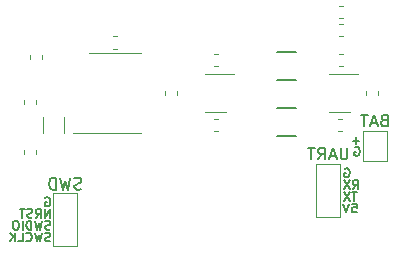
<source format=gbr>
%TF.GenerationSoftware,KiCad,Pcbnew,(5.1.6)-1*%
%TF.CreationDate,2020-09-19T18:08:18+02:00*%
%TF.ProjectId,watch,77617463-682e-46b6-9963-61645f706362,rev?*%
%TF.SameCoordinates,Original*%
%TF.FileFunction,Legend,Bot*%
%TF.FilePolarity,Positive*%
%FSLAX46Y46*%
G04 Gerber Fmt 4.6, Leading zero omitted, Abs format (unit mm)*
G04 Created by KiCad (PCBNEW (5.1.6)-1) date 2020-09-19 18:08:18*
%MOMM*%
%LPD*%
G01*
G04 APERTURE LIST*
%ADD10C,0.150000*%
%ADD11C,0.120000*%
%ADD12C,0.152400*%
G04 APERTURE END LIST*
D10*
X160455240Y-66906182D02*
X159883812Y-66906182D01*
X160169526Y-67191896D02*
X160169526Y-66620468D01*
X160062383Y-67477611D02*
X160133812Y-67441896D01*
X160240954Y-67441896D01*
X160348097Y-67477611D01*
X160419526Y-67549039D01*
X160455240Y-67620468D01*
X160490954Y-67763325D01*
X160490954Y-67870468D01*
X160455240Y-68013325D01*
X160419526Y-68084753D01*
X160348097Y-68156182D01*
X160240954Y-68191896D01*
X160169526Y-68191896D01*
X160062383Y-68156182D01*
X160026669Y-68120468D01*
X160026669Y-67870468D01*
X160169526Y-67870468D01*
X159850240Y-72241896D02*
X160207383Y-72241896D01*
X160243097Y-72599039D01*
X160207383Y-72563325D01*
X160135954Y-72527611D01*
X159957383Y-72527611D01*
X159885954Y-72563325D01*
X159850240Y-72599039D01*
X159814526Y-72670468D01*
X159814526Y-72849039D01*
X159850240Y-72920468D01*
X159885954Y-72956182D01*
X159957383Y-72991896D01*
X160135954Y-72991896D01*
X160207383Y-72956182D01*
X160243097Y-72920468D01*
X159600240Y-72241896D02*
X159350240Y-72991896D01*
X159100240Y-72241896D01*
X160243097Y-71241896D02*
X159814526Y-71241896D01*
X160028812Y-71991896D02*
X160028812Y-71241896D01*
X159635954Y-71241896D02*
X159135954Y-71991896D01*
X159135954Y-71241896D02*
X159635954Y-71991896D01*
X159885954Y-70991896D02*
X160135954Y-70634753D01*
X160314526Y-70991896D02*
X160314526Y-70241896D01*
X160028812Y-70241896D01*
X159957383Y-70277611D01*
X159921669Y-70313325D01*
X159885954Y-70384753D01*
X159885954Y-70491896D01*
X159921669Y-70563325D01*
X159957383Y-70599039D01*
X160028812Y-70634753D01*
X160314526Y-70634753D01*
X159635954Y-70241896D02*
X159135954Y-70991896D01*
X159135954Y-70241896D02*
X159635954Y-70991896D01*
X159207383Y-69277611D02*
X159278812Y-69241896D01*
X159385954Y-69241896D01*
X159493097Y-69277611D01*
X159564526Y-69349039D01*
X159600240Y-69420468D01*
X159635954Y-69563325D01*
X159635954Y-69670468D01*
X159600240Y-69813325D01*
X159564526Y-69884753D01*
X159493097Y-69956182D01*
X159385954Y-69991896D01*
X159314526Y-69991896D01*
X159207383Y-69956182D01*
X159171669Y-69920468D01*
X159171669Y-69670468D01*
X159314526Y-69670468D01*
X162519407Y-65181182D02*
X162376550Y-65228801D01*
X162328931Y-65276420D01*
X162281312Y-65371658D01*
X162281312Y-65514515D01*
X162328931Y-65609753D01*
X162376550Y-65657372D01*
X162471788Y-65704991D01*
X162852740Y-65704991D01*
X162852740Y-64704991D01*
X162519407Y-64704991D01*
X162424169Y-64752611D01*
X162376550Y-64800230D01*
X162328931Y-64895468D01*
X162328931Y-64990706D01*
X162376550Y-65085944D01*
X162424169Y-65133563D01*
X162519407Y-65181182D01*
X162852740Y-65181182D01*
X161900359Y-65419277D02*
X161424169Y-65419277D01*
X161995597Y-65704991D02*
X161662264Y-64704991D01*
X161328931Y-65704991D01*
X161138454Y-64704991D02*
X160567026Y-64704991D01*
X160852740Y-65704991D02*
X160852740Y-64704991D01*
X159426550Y-67504991D02*
X159426550Y-68314515D01*
X159378931Y-68409753D01*
X159331312Y-68457372D01*
X159236073Y-68504991D01*
X159045597Y-68504991D01*
X158950359Y-68457372D01*
X158902740Y-68409753D01*
X158855121Y-68314515D01*
X158855121Y-67504991D01*
X158426550Y-68219277D02*
X157950359Y-68219277D01*
X158521788Y-68504991D02*
X158188454Y-67504991D01*
X157855121Y-68504991D01*
X156950359Y-68504991D02*
X157283692Y-68028801D01*
X157521788Y-68504991D02*
X157521788Y-67504991D01*
X157140835Y-67504991D01*
X157045597Y-67552611D01*
X156997978Y-67600230D01*
X156950359Y-67695468D01*
X156950359Y-67838325D01*
X156997978Y-67933563D01*
X157045597Y-67981182D01*
X157140835Y-68028801D01*
X157521788Y-68028801D01*
X156664645Y-67504991D02*
X156093216Y-67504991D01*
X156378931Y-68504991D02*
X156378931Y-67504991D01*
X136888454Y-71007372D02*
X136745597Y-71054991D01*
X136507502Y-71054991D01*
X136412264Y-71007372D01*
X136364645Y-70959753D01*
X136317026Y-70864515D01*
X136317026Y-70769277D01*
X136364645Y-70674039D01*
X136412264Y-70626420D01*
X136507502Y-70578801D01*
X136697978Y-70531182D01*
X136793216Y-70483563D01*
X136840835Y-70435944D01*
X136888454Y-70340706D01*
X136888454Y-70245468D01*
X136840835Y-70150230D01*
X136793216Y-70102611D01*
X136697978Y-70054991D01*
X136459883Y-70054991D01*
X136317026Y-70102611D01*
X135983692Y-70054991D02*
X135745597Y-71054991D01*
X135555121Y-70340706D01*
X135364645Y-71054991D01*
X135126550Y-70054991D01*
X134745597Y-71054991D02*
X134745597Y-70054991D01*
X134507502Y-70054991D01*
X134364645Y-70102611D01*
X134269407Y-70197849D01*
X134221788Y-70293087D01*
X134174169Y-70483563D01*
X134174169Y-70626420D01*
X134221788Y-70816896D01*
X134269407Y-70912134D01*
X134364645Y-71007372D01*
X134507502Y-71054991D01*
X134745597Y-71054991D01*
X134290954Y-75406182D02*
X134183812Y-75441896D01*
X134005240Y-75441896D01*
X133933812Y-75406182D01*
X133898097Y-75370468D01*
X133862383Y-75299039D01*
X133862383Y-75227611D01*
X133898097Y-75156182D01*
X133933812Y-75120468D01*
X134005240Y-75084753D01*
X134148097Y-75049039D01*
X134219526Y-75013325D01*
X134255240Y-74977611D01*
X134290954Y-74906182D01*
X134290954Y-74834753D01*
X134255240Y-74763325D01*
X134219526Y-74727611D01*
X134148097Y-74691896D01*
X133969526Y-74691896D01*
X133862383Y-74727611D01*
X133612383Y-74691896D02*
X133433812Y-75441896D01*
X133290954Y-74906182D01*
X133148097Y-75441896D01*
X132969526Y-74691896D01*
X132255240Y-75370468D02*
X132290954Y-75406182D01*
X132398097Y-75441896D01*
X132469526Y-75441896D01*
X132576669Y-75406182D01*
X132648097Y-75334753D01*
X132683812Y-75263325D01*
X132719526Y-75120468D01*
X132719526Y-75013325D01*
X132683812Y-74870468D01*
X132648097Y-74799039D01*
X132576669Y-74727611D01*
X132469526Y-74691896D01*
X132398097Y-74691896D01*
X132290954Y-74727611D01*
X132255240Y-74763325D01*
X131576669Y-75441896D02*
X131933812Y-75441896D01*
X131933812Y-74691896D01*
X131326669Y-75441896D02*
X131326669Y-74691896D01*
X130898097Y-75441896D02*
X131219526Y-75013325D01*
X130898097Y-74691896D02*
X131326669Y-75120468D01*
X134290954Y-74406182D02*
X134183812Y-74441896D01*
X134005240Y-74441896D01*
X133933812Y-74406182D01*
X133898097Y-74370468D01*
X133862383Y-74299039D01*
X133862383Y-74227611D01*
X133898097Y-74156182D01*
X133933812Y-74120468D01*
X134005240Y-74084753D01*
X134148097Y-74049039D01*
X134219526Y-74013325D01*
X134255240Y-73977611D01*
X134290954Y-73906182D01*
X134290954Y-73834753D01*
X134255240Y-73763325D01*
X134219526Y-73727611D01*
X134148097Y-73691896D01*
X133969526Y-73691896D01*
X133862383Y-73727611D01*
X133612383Y-73691896D02*
X133433812Y-74441896D01*
X133290954Y-73906182D01*
X133148097Y-74441896D01*
X132969526Y-73691896D01*
X132683812Y-74441896D02*
X132683812Y-73691896D01*
X132505240Y-73691896D01*
X132398097Y-73727611D01*
X132326669Y-73799039D01*
X132290954Y-73870468D01*
X132255240Y-74013325D01*
X132255240Y-74120468D01*
X132290954Y-74263325D01*
X132326669Y-74334753D01*
X132398097Y-74406182D01*
X132505240Y-74441896D01*
X132683812Y-74441896D01*
X131933812Y-74441896D02*
X131933812Y-73691896D01*
X131433812Y-73691896D02*
X131290954Y-73691896D01*
X131219526Y-73727611D01*
X131148097Y-73799039D01*
X131112383Y-73941896D01*
X131112383Y-74191896D01*
X131148097Y-74334753D01*
X131219526Y-74406182D01*
X131290954Y-74441896D01*
X131433812Y-74441896D01*
X131505240Y-74406182D01*
X131576669Y-74334753D01*
X131612383Y-74191896D01*
X131612383Y-73941896D01*
X131576669Y-73799039D01*
X131505240Y-73727611D01*
X131433812Y-73691896D01*
X134255240Y-73441896D02*
X134255240Y-72691896D01*
X133826669Y-73441896D01*
X133826669Y-72691896D01*
X133040954Y-73441896D02*
X133290954Y-73084753D01*
X133469526Y-73441896D02*
X133469526Y-72691896D01*
X133183812Y-72691896D01*
X133112383Y-72727611D01*
X133076669Y-72763325D01*
X133040954Y-72834753D01*
X133040954Y-72941896D01*
X133076669Y-73013325D01*
X133112383Y-73049039D01*
X133183812Y-73084753D01*
X133469526Y-73084753D01*
X132755240Y-73406182D02*
X132648097Y-73441896D01*
X132469526Y-73441896D01*
X132398097Y-73406182D01*
X132362383Y-73370468D01*
X132326669Y-73299039D01*
X132326669Y-73227611D01*
X132362383Y-73156182D01*
X132398097Y-73120468D01*
X132469526Y-73084753D01*
X132612383Y-73049039D01*
X132683812Y-73013325D01*
X132719526Y-72977611D01*
X132755240Y-72906182D01*
X132755240Y-72834753D01*
X132719526Y-72763325D01*
X132683812Y-72727611D01*
X132612383Y-72691896D01*
X132433812Y-72691896D01*
X132326669Y-72727611D01*
X132112383Y-72691896D02*
X131683812Y-72691896D01*
X131898097Y-73441896D02*
X131898097Y-72691896D01*
X133862383Y-71727611D02*
X133933812Y-71691896D01*
X134040954Y-71691896D01*
X134148097Y-71727611D01*
X134219526Y-71799039D01*
X134255240Y-71870468D01*
X134290954Y-72013325D01*
X134290954Y-72120468D01*
X134255240Y-72263325D01*
X134219526Y-72334753D01*
X134148097Y-72406182D01*
X134040954Y-72441896D01*
X133969526Y-72441896D01*
X133862383Y-72406182D01*
X133826669Y-72370468D01*
X133826669Y-72120468D01*
X133969526Y-72120468D01*
D11*
%TO.C,R7*%
X158735045Y-55542611D02*
X159077579Y-55542611D01*
X158735045Y-56562611D02*
X159077579Y-56562611D01*
%TO.C,R6*%
X159077579Y-58062611D02*
X158735045Y-58062611D01*
X159077579Y-57042611D02*
X158735045Y-57042611D01*
%TO.C,J2*%
X156781312Y-73352611D02*
X158781312Y-73352611D01*
X158781312Y-73352611D02*
X158781312Y-68852611D01*
X158781312Y-68852611D02*
X156781312Y-68852611D01*
X156781312Y-68852611D02*
X156781312Y-73352611D01*
%TO.C,BT1*%
X162781312Y-68602611D02*
X162781312Y-66102611D01*
X160781312Y-68602611D02*
X162781312Y-68602611D01*
X160781312Y-66102611D02*
X160781312Y-68602611D01*
X162781312Y-66102611D02*
X160781312Y-66102611D01*
%TO.C,J1*%
X134531312Y-71352611D02*
X134531312Y-75852611D01*
X136531312Y-71352611D02*
X134531312Y-71352611D01*
X136531312Y-75852611D02*
X136531312Y-71352611D01*
X134531312Y-75852611D02*
X136531312Y-75852611D01*
%TO.C,U6*%
X147381312Y-61242611D02*
X149831312Y-61242611D01*
X149181312Y-64462611D02*
X147381312Y-64462611D01*
D12*
%TO.C,U9*%
X153443112Y-64146111D02*
X155119512Y-64146111D01*
X155119512Y-66559111D02*
X153443112Y-66559111D01*
%TO.C,U8*%
X153443112Y-59396111D02*
X155119512Y-59396111D01*
X155119512Y-61809111D02*
X153443112Y-61809111D01*
D11*
%TO.C,Y1*%
X133656312Y-64927611D02*
X133656312Y-66277611D01*
X135406312Y-64927611D02*
X135406312Y-66277611D01*
%TO.C,U7*%
X157881312Y-61242611D02*
X160331312Y-61242611D01*
X159681312Y-64462611D02*
X157881312Y-64462611D01*
%TO.C,U5*%
X139781312Y-66237611D02*
X136181312Y-66237611D01*
X139781312Y-66237611D02*
X141981312Y-66237611D01*
X139781312Y-59467611D02*
X137581312Y-59467611D01*
X139781312Y-59467611D02*
X141981312Y-59467611D01*
%TO.C,R3*%
X158735045Y-59592611D02*
X159077579Y-59592611D01*
X158735045Y-60612611D02*
X159077579Y-60612611D01*
%TO.C,C15*%
X148452579Y-60612611D02*
X148110045Y-60612611D01*
X148452579Y-59592611D02*
X148110045Y-59592611D01*
%TO.C,C14*%
X158610045Y-65092611D02*
X158952579Y-65092611D01*
X158610045Y-66112611D02*
X158952579Y-66112611D01*
%TO.C,C10*%
X132521312Y-60023878D02*
X132521312Y-59681344D01*
X133541312Y-60023878D02*
X133541312Y-59681344D01*
%TO.C,C9*%
X144021312Y-63023878D02*
X144021312Y-62681344D01*
X145041312Y-63023878D02*
X145041312Y-62681344D01*
%TO.C,C8*%
X139610045Y-58092611D02*
X139952579Y-58092611D01*
X139610045Y-59112611D02*
X139952579Y-59112611D01*
%TO.C,C7*%
X132021312Y-63773878D02*
X132021312Y-63431344D01*
X133041312Y-63773878D02*
X133041312Y-63431344D01*
%TO.C,C6*%
X133041312Y-67681344D02*
X133041312Y-68023878D01*
X132021312Y-67681344D02*
X132021312Y-68023878D01*
%TO.C,C4*%
X148110045Y-65092611D02*
X148452579Y-65092611D01*
X148110045Y-66112611D02*
X148452579Y-66112611D01*
%TO.C,C3*%
X161021312Y-63023878D02*
X161021312Y-62681344D01*
X162041312Y-63023878D02*
X162041312Y-62681344D01*
%TD*%
M02*

</source>
